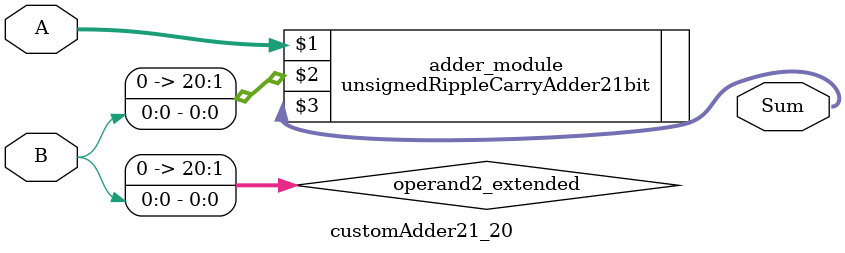
<source format=v>

module customAdder21_20(
                    input [20 : 0] A,
                    input [0 : 0] B,
                    
                    output [21 : 0] Sum
            );

    wire [20 : 0] operand2_extended;
    
    assign operand2_extended =  {20'b0, B};
    
    unsignedRippleCarryAdder21bit adder_module(
        A,
        operand2_extended,
        Sum
    );
    
endmodule
        
</source>
